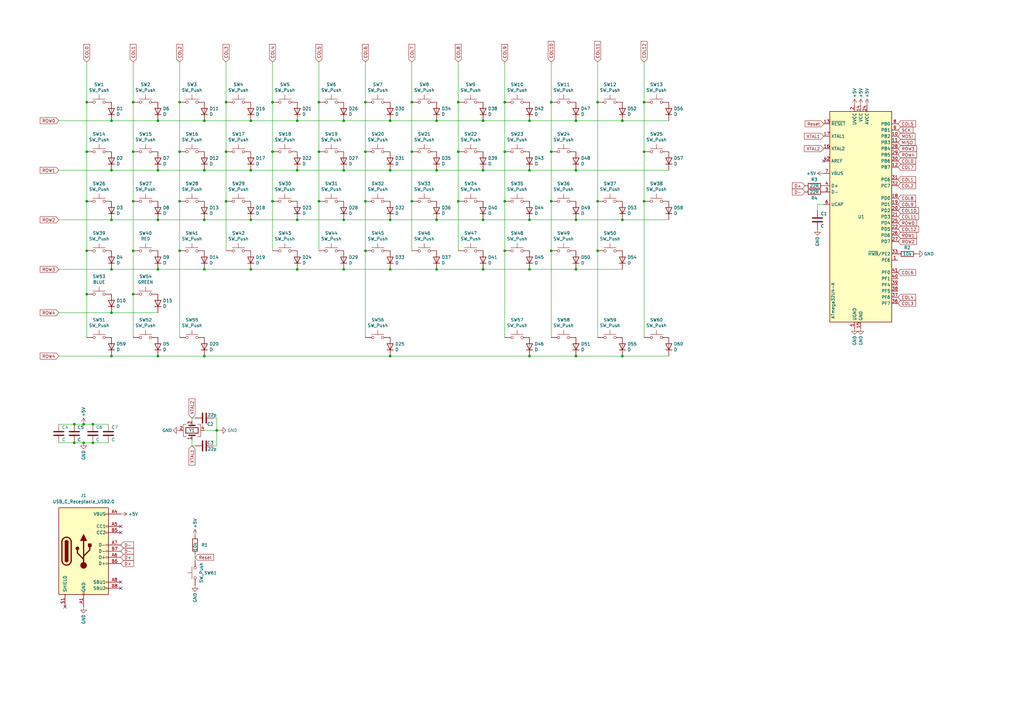
<source format=kicad_sch>
(kicad_sch (version 20211123) (generator eeschema)
  (paper "A3")
  (junction (at 236.22 146.05))
  (junction (at 64.77 69.85))
  (junction (at 187.96 41.91))
  (junction (at 236.22 69.85))
  (junction (at 140.97 69.85))
  (junction (at 54.61 41.91))
  (junction (at 245.11 41.91))
  (junction (at 236.22 110.49))
  (junction (at 45.72 128.27))
  (junction (at 226.06 41.91))
  (junction (at 54.61 120.65))
  (junction (at 45.72 69.85))
  (junction (at 160.02 49.53))
  (junction (at 83.82 146.05))
  (junction (at 102.87 69.85))
  (junction (at 160.02 90.17))
  (junction (at 207.01 41.91))
  (junction (at 217.17 69.85))
  (junction (at 264.16 41.91))
  (junction (at 73.66 82.55))
  (junction (at 34.29 173.99))
  (junction (at 245.11 102.87))
  (junction (at 45.72 146.05))
  (junction (at 226.06 62.23))
  (junction (at 236.22 90.17))
  (junction (at 54.61 102.87))
  (junction (at 73.66 102.87))
  (junction (at 73.66 62.23))
  (junction (at 168.91 82.55))
  (junction (at 198.12 90.17))
  (junction (at 140.97 90.17))
  (junction (at 35.56 62.23))
  (junction (at 111.76 82.55))
  (junction (at 236.22 49.53))
  (junction (at 121.92 49.53))
  (junction (at 168.91 41.91))
  (junction (at 45.72 90.17))
  (junction (at 64.77 110.49))
  (junction (at 111.76 41.91))
  (junction (at 187.96 82.55))
  (junction (at 45.72 49.53))
  (junction (at 207.01 102.87))
  (junction (at 255.27 146.05))
  (junction (at 207.01 62.23))
  (junction (at 198.12 69.85))
  (junction (at 217.17 146.05))
  (junction (at 92.71 62.23))
  (junction (at 34.29 181.61))
  (junction (at 35.56 120.65))
  (junction (at 226.06 102.87))
  (junction (at 130.81 82.55))
  (junction (at 255.27 49.53))
  (junction (at 83.82 49.53))
  (junction (at 245.11 82.55))
  (junction (at 92.71 82.55))
  (junction (at 149.86 102.87))
  (junction (at 130.81 41.91))
  (junction (at 38.1 181.61))
  (junction (at 92.71 41.91))
  (junction (at 160.02 69.85))
  (junction (at 179.07 49.53))
  (junction (at 121.92 90.17))
  (junction (at 102.87 49.53))
  (junction (at 140.97 110.49))
  (junction (at 83.82 90.17))
  (junction (at 83.82 69.85))
  (junction (at 149.86 82.55))
  (junction (at 121.92 110.49))
  (junction (at 160.02 146.05))
  (junction (at 45.72 110.49))
  (junction (at 30.48 181.61))
  (junction (at 30.48 173.99))
  (junction (at 140.97 49.53))
  (junction (at 179.07 69.85))
  (junction (at 64.77 90.17))
  (junction (at 64.77 146.05))
  (junction (at 226.06 82.55))
  (junction (at 187.96 62.23))
  (junction (at 179.07 110.49))
  (junction (at 149.86 41.91))
  (junction (at 64.77 49.53))
  (junction (at 130.81 62.23))
  (junction (at 35.56 102.87))
  (junction (at 111.76 62.23))
  (junction (at 54.61 62.23))
  (junction (at 217.17 90.17))
  (junction (at 179.07 90.17))
  (junction (at 168.91 62.23))
  (junction (at 35.56 41.91))
  (junction (at 217.17 49.53))
  (junction (at 149.86 62.23))
  (junction (at 207.01 82.55))
  (junction (at 217.17 110.49))
  (junction (at 102.87 90.17))
  (junction (at 160.02 110.49))
  (junction (at 121.92 69.85))
  (junction (at 88.9 176.53))
  (junction (at 255.27 90.17))
  (junction (at 264.16 62.23))
  (junction (at 38.1 173.99))
  (junction (at 198.12 110.49))
  (junction (at 83.82 110.49))
  (junction (at 54.61 82.55))
  (junction (at 35.56 82.55))
  (junction (at 73.66 41.91))
  (junction (at 264.16 82.55))
  (junction (at 102.87 110.49))
  (junction (at 198.12 49.53))
  (no_connect (at 337.82 66.04))
  (no_connect (at 26.67 248.92))
  (no_connect (at 49.53 241.3))
  (no_connect (at 49.53 238.76))
  (no_connect (at 49.53 218.44))
  (no_connect (at 49.53 215.9))
  (wire (pts (xy 187.96 62.23) (xy 187.96 41.91)))
  (wire (pts (xy 92.71 62.23) (xy 92.71 41.91)))
  (wire (pts (xy 236.22 146.05) (xy 255.27 146.05)))
  (wire (pts (xy 207.01 41.91) (xy 207.01 62.23)))
  (wire (pts (xy 73.66 102.87) (xy 73.66 138.43)))
  (wire (pts (xy 245.11 41.91) (xy 245.11 25.4)))
  (wire (pts (xy 160.02 146.05) (xy 217.17 146.05)))
  (wire (pts (xy 54.61 120.65) (xy 54.61 138.43)))
  (wire (pts (xy 111.76 82.55) (xy 111.76 102.87)))
  (wire (pts (xy 187.96 41.91) (xy 187.96 25.4)))
  (wire (pts (xy 64.77 110.49) (xy 83.82 110.49)))
  (wire (pts (xy 121.92 69.85) (xy 140.97 69.85)))
  (wire (pts (xy 130.81 62.23) (xy 130.81 41.91)))
  (wire (pts (xy 245.11 102.87) (xy 245.11 138.43)))
  (wire (pts (xy 73.66 102.87) (xy 73.66 82.55)))
  (wire (pts (xy 236.22 90.17) (xy 217.17 90.17)))
  (wire (pts (xy 179.07 90.17) (xy 160.02 90.17)))
  (wire (pts (xy 168.91 82.55) (xy 168.91 62.23)))
  (wire (pts (xy 35.56 82.55) (xy 35.56 102.87)))
  (wire (pts (xy 83.82 90.17) (xy 64.77 90.17)))
  (wire (pts (xy 45.72 110.49) (xy 64.77 110.49)))
  (wire (pts (xy 88.9 171.45) (xy 88.9 176.53)))
  (wire (pts (xy 130.81 41.91) (xy 130.81 25.4)))
  (wire (pts (xy 35.56 102.87) (xy 35.56 120.65)))
  (wire (pts (xy 83.82 110.49) (xy 102.87 110.49)))
  (wire (pts (xy 54.61 25.4) (xy 54.61 41.91)))
  (wire (pts (xy 217.17 110.49) (xy 236.22 110.49)))
  (wire (pts (xy 24.13 146.05) (xy 45.72 146.05)))
  (wire (pts (xy 149.86 62.23) (xy 149.86 82.55)))
  (wire (pts (xy 207.01 82.55) (xy 207.01 102.87)))
  (wire (pts (xy 73.66 41.91) (xy 73.66 25.4)))
  (wire (pts (xy 88.9 176.53) (xy 88.9 182.88)))
  (wire (pts (xy 83.82 69.85) (xy 102.87 69.85)))
  (wire (pts (xy 140.97 90.17) (xy 121.92 90.17)))
  (wire (pts (xy 102.87 90.17) (xy 83.82 90.17)))
  (wire (pts (xy 198.12 90.17) (xy 179.07 90.17)))
  (wire (pts (xy 255.27 49.53) (xy 274.32 49.53)))
  (wire (pts (xy 54.61 62.23) (xy 54.61 82.55)))
  (wire (pts (xy 217.17 90.17) (xy 198.12 90.17)))
  (wire (pts (xy 121.92 110.49) (xy 140.97 110.49)))
  (wire (pts (xy 83.82 49.53) (xy 102.87 49.53)))
  (wire (pts (xy 54.61 82.55) (xy 54.61 102.87)))
  (wire (pts (xy 179.07 110.49) (xy 198.12 110.49)))
  (wire (pts (xy 111.76 41.91) (xy 111.76 62.23)))
  (wire (pts (xy 245.11 82.55) (xy 245.11 41.91)))
  (wire (pts (xy 140.97 49.53) (xy 160.02 49.53)))
  (wire (pts (xy 34.29 173.99) (xy 38.1 173.99)))
  (wire (pts (xy 168.91 41.91) (xy 168.91 25.4)))
  (wire (pts (xy 226.06 25.4) (xy 226.06 41.91)))
  (wire (pts (xy 149.86 82.55) (xy 149.86 102.87)))
  (wire (pts (xy 64.77 49.53) (xy 83.82 49.53)))
  (wire (pts (xy 179.07 49.53) (xy 198.12 49.53)))
  (wire (pts (xy 83.82 176.53) (xy 88.9 176.53)))
  (wire (pts (xy 24.13 128.27) (xy 45.72 128.27)))
  (wire (pts (xy 160.02 110.49) (xy 179.07 110.49)))
  (wire (pts (xy 35.56 41.91) (xy 35.56 62.23)))
  (wire (pts (xy 274.32 90.17) (xy 255.27 90.17)))
  (wire (pts (xy 35.56 62.23) (xy 35.56 82.55)))
  (wire (pts (xy 160.02 90.17) (xy 140.97 90.17)))
  (wire (pts (xy 30.48 181.61) (xy 34.29 181.61)))
  (wire (pts (xy 187.96 82.55) (xy 187.96 62.23)))
  (wire (pts (xy 92.71 102.87) (xy 92.71 82.55)))
  (wire (pts (xy 78.74 182.88) (xy 80.01 182.88)))
  (wire (pts (xy 34.29 181.61) (xy 38.1 181.61)))
  (wire (pts (xy 217.17 146.05) (xy 236.22 146.05)))
  (wire (pts (xy 207.01 25.4) (xy 207.01 41.91)))
  (wire (pts (xy 111.76 62.23) (xy 111.76 82.55)))
  (wire (pts (xy 102.87 49.53) (xy 121.92 49.53)))
  (wire (pts (xy 335.28 83.82) (xy 337.82 83.82)))
  (wire (pts (xy 87.63 171.45) (xy 88.9 171.45)))
  (wire (pts (xy 217.17 49.53) (xy 236.22 49.53)))
  (wire (pts (xy 121.92 49.53) (xy 140.97 49.53)))
  (wire (pts (xy 140.97 110.49) (xy 160.02 110.49)))
  (wire (pts (xy 187.96 102.87) (xy 187.96 82.55)))
  (wire (pts (xy 149.86 25.4) (xy 149.86 41.91)))
  (wire (pts (xy 78.74 180.34) (xy 78.74 182.88)))
  (wire (pts (xy 73.66 62.23) (xy 73.66 41.91)))
  (wire (pts (xy 88.9 176.53) (xy 90.17 176.53)))
  (wire (pts (xy 24.13 173.99) (xy 30.48 173.99)))
  (wire (pts (xy 226.06 82.55) (xy 226.06 102.87)))
  (wire (pts (xy 35.56 25.4) (xy 35.56 41.91)))
  (wire (pts (xy 168.91 102.87) (xy 168.91 82.55)))
  (wire (pts (xy 264.16 62.23) (xy 264.16 82.55)))
  (wire (pts (xy 78.74 172.72) (xy 78.74 171.45)))
  (wire (pts (xy 335.28 86.36) (xy 335.28 83.82)))
  (wire (pts (xy 38.1 181.61) (xy 44.45 181.61)))
  (wire (pts (xy 130.81 102.87) (xy 130.81 82.55)))
  (wire (pts (xy 140.97 69.85) (xy 160.02 69.85)))
  (wire (pts (xy 102.87 69.85) (xy 121.92 69.85)))
  (wire (pts (xy 198.12 69.85) (xy 217.17 69.85)))
  (wire (pts (xy 30.48 173.99) (xy 34.29 173.99)))
  (wire (pts (xy 236.22 69.85) (xy 274.32 69.85)))
  (wire (pts (xy 160.02 49.53) (xy 179.07 49.53)))
  (wire (pts (xy 78.74 171.45) (xy 80.01 171.45)))
  (wire (pts (xy 130.81 82.55) (xy 130.81 62.23)))
  (wire (pts (xy 38.1 173.99) (xy 44.45 173.99)))
  (wire (pts (xy 64.77 69.85) (xy 83.82 69.85)))
  (wire (pts (xy 45.72 49.53) (xy 64.77 49.53)))
  (wire (pts (xy 226.06 62.23) (xy 226.06 82.55)))
  (wire (pts (xy 264.16 82.55) (xy 264.16 138.43)))
  (wire (pts (xy 24.13 181.61) (xy 30.48 181.61)))
  (wire (pts (xy 87.63 182.88) (xy 88.9 182.88)))
  (wire (pts (xy 54.61 120.65) (xy 54.61 102.87)))
  (wire (pts (xy 236.22 49.53) (xy 255.27 49.53)))
  (wire (pts (xy 64.77 146.05) (xy 83.82 146.05)))
  (wire (pts (xy 198.12 110.49) (xy 217.17 110.49)))
  (wire (pts (xy 264.16 25.4) (xy 264.16 41.91)))
  (wire (pts (xy 54.61 41.91) (xy 54.61 62.23)))
  (wire (pts (xy 35.56 120.65) (xy 35.56 138.43)))
  (wire (pts (xy 24.13 49.53) (xy 45.72 49.53)))
  (wire (pts (xy 149.86 102.87) (xy 149.86 138.43)))
  (wire (pts (xy 198.12 49.53) (xy 217.17 49.53)))
  (wire (pts (xy 179.07 69.85) (xy 198.12 69.85)))
  (wire (pts (xy 149.86 41.91) (xy 149.86 62.23)))
  (wire (pts (xy 24.13 110.49) (xy 45.72 110.49)))
  (wire (pts (xy 168.91 62.23) (xy 168.91 41.91)))
  (wire (pts (xy 64.77 90.17) (xy 45.72 90.17)))
  (wire (pts (xy 83.82 146.05) (xy 160.02 146.05)))
  (wire (pts (xy 207.01 62.23) (xy 207.01 82.55)))
  (wire (pts (xy 121.92 90.17) (xy 102.87 90.17)))
  (wire (pts (xy 80.01 227.33) (xy 80.01 229.87)))
  (wire (pts (xy 24.13 69.85) (xy 45.72 69.85)))
  (wire (pts (xy 255.27 146.05) (xy 274.32 146.05)))
  (wire (pts (xy 45.72 128.27) (xy 64.77 128.27)))
  (wire (pts (xy 236.22 110.49) (xy 255.27 110.49)))
  (wire (pts (xy 160.02 69.85) (xy 179.07 69.85)))
  (wire (pts (xy 111.76 25.4) (xy 111.76 41.91)))
  (wire (pts (xy 92.71 41.91) (xy 92.71 25.4)))
  (wire (pts (xy 102.87 110.49) (xy 121.92 110.49)))
  (wire (pts (xy 264.16 41.91) (xy 264.16 62.23)))
  (wire (pts (xy 45.72 90.17) (xy 24.13 90.17)))
  (wire (pts (xy 92.71 82.55) (xy 92.71 62.23)))
  (wire (pts (xy 217.17 69.85) (xy 236.22 69.85)))
  (wire (pts (xy 226.06 41.91) (xy 226.06 62.23)))
  (wire (pts (xy 207.01 102.87) (xy 207.01 138.43)))
  (wire (pts (xy 226.06 102.87) (xy 226.06 138.43)))
  (wire (pts (xy 73.66 82.55) (xy 73.66 62.23)))
  (wire (pts (xy 255.27 90.17) (xy 236.22 90.17)))
  (wire (pts (xy 45.72 69.85) (xy 64.77 69.85)))
  (wire (pts (xy 245.11 82.55) (xy 245.11 102.87)))
  (wire (pts (xy 45.72 146.05) (xy 64.77 146.05)))
  (global_label "D-" (shape input) (at 330.2 78.74 180) (property "Intersheet References" "${INTERSHEET_REFS}" (effects hide)))
  (global_label "D+" (shape input) (at 330.2 76.2 180) (property "Intersheet References" "${INTERSHEET_REFS}" (effects hide)))
  (global_label "COL9" (shape input) (at 368.3 83.82 0) (property "Intersheet References" "${INTERSHEET_REFS}" (effects hide)))
  (global_label "ROW4" (shape input) (at 24.13 128.27 180) (property "Intersheet References" "${INTERSHEET_REFS}" (effects hide)))
  (global_label "COL2" (shape input) (at 73.66 25.4 90) (property "Intersheet References" "${INTERSHEET_REFS}" (effects hide)))
  (global_label "COL10" (shape input) (at 226.06 25.4 90) (property "Intersheet References" "${INTERSHEET_REFS}" (effects hide)))
  (global_label "D-" (shape input) (at 49.53 226.06 0) (property "Intersheet References" "${INTERSHEET_REFS}" (effects hide)))
  (global_label "ROW2" (shape input) (at 24.13 90.17 180) (property "Intersheet References" "${INTERSHEET_REFS}" (effects hide)))
  (global_label "ROW0" (shape input) (at 24.13 49.53 180) (property "Intersheet References" "${INTERSHEET_REFS}" (effects hide)))
  (global_label "COL5" (shape input) (at 368.3 50.8 0) (property "Intersheet References" "${INTERSHEET_REFS}" (effects hide)))
  (global_label "COL3" (shape input) (at 92.71 25.4 90) (property "Intersheet References" "${INTERSHEET_REFS}" (effects hide)))
  (global_label "COL6" (shape input) (at 149.86 25.4 90) (property "Intersheet References" "${INTERSHEET_REFS}" (effects hide)))
  (global_label "ROW4" (shape input) (at 368.3 63.5 0) (property "Intersheet References" "${INTERSHEET_REFS}" (effects hide)))
  (global_label "ROW0" (shape input) (at 368.3 91.44 0) (property "Intersheet References" "${INTERSHEET_REFS}" (effects hide)))
  (global_label "D+" (shape input) (at 49.53 231.14 0) (property "Intersheet References" "${INTERSHEET_REFS}" (effects hide)))
  (global_label "COL12" (shape input) (at 264.16 25.4 90) (property "Intersheet References" "${INTERSHEET_REFS}" (effects hide)))
  (global_label "COL5" (shape input) (at 130.81 25.4 90) (property "Intersheet References" "${INTERSHEET_REFS}" (effects hide)))
  (global_label "COL8" (shape input) (at 187.96 25.4 90) (property "Intersheet References" "${INTERSHEET_REFS}" (effects hide)))
  (global_label "COL0" (shape input) (at 35.56 25.4 90) (property "Intersheet References" "${INTERSHEET_REFS}" (effects hide)))
  (global_label "COL11" (shape input) (at 245.11 25.4 90) (property "Intersheet References" "${INTERSHEET_REFS}" (effects hide)))
  (global_label "D+" (shape input) (at 49.53 228.6 0) (property "Intersheet References" "${INTERSHEET_REFS}" (effects hide)))
  (global_label "COL8" (shape input) (at 368.3 81.28 0) (property "Intersheet References" "${INTERSHEET_REFS}" (effects hide)))
  (global_label "COL7" (shape input) (at 168.91 25.4 90) (property "Intersheet References" "${INTERSHEET_REFS}" (effects hide)))
  (global_label "COL10" (shape input) (at 368.3 86.36 0) (property "Intersheet References" "${INTERSHEET_REFS}" (effects hide)))
  (global_label "ROW3" (shape input) (at 24.13 110.49 180) (property "Intersheet References" "${INTERSHEET_REFS}" (effects hide)))
  (global_label "COL0" (shape input) (at 368.3 66.04 0) (property "Intersheet References" "${INTERSHEET_REFS}" (effects hide)))
  (global_label "COL4" (shape input) (at 368.3 121.92 0) (property "Intersheet References" "${INTERSHEET_REFS}" (effects hide)))
  (global_label "ROW1" (shape input) (at 368.3 96.52 0) (property "Intersheet References" "${INTERSHEET_REFS}" (effects hide)))
  (global_label "XTAL1" (shape input) (at 337.82 55.88 180) (property "Intersheet References" "${INTERSHEET_REFS}" (effects hide)))
  (global_label "COL9" (shape input) (at 207.01 25.4 90) (property "Intersheet References" "${INTERSHEET_REFS}" (effects hide)))
  (global_label "COL2" (shape input) (at 368.3 76.2 0) (property "Intersheet References" "${INTERSHEET_REFS}" (effects hide)))
  (global_label "XTAL1" (shape input) (at 78.74 182.88 270) (property "Intersheet References" "${INTERSHEET_REFS}" (effects hide)))
  (global_label "COL3" (shape input) (at 368.3 124.46 0) (property "Intersheet References" "${INTERSHEET_REFS}" (effects hide)))
  (global_label "COL12" (shape input) (at 368.3 93.98 0) (property "Intersheet References" "${INTERSHEET_REFS}" (effects hide)))
  (global_label "MOSI" (shape input) (at 368.3 55.88 0) (property "Intersheet References" "${INTERSHEET_REFS}" (effects hide)))
  (global_label "COL1" (shape input) (at 54.61 25.4 90) (property "Intersheet References" "${INTERSHEET_REFS}" (effects hide)))
  (global_label "COL7" (shape input) (at 368.3 68.58 0) (property "Intersheet References" "${INTERSHEET_REFS}" (effects hide)))
  (global_label "MISO" (shape input) (at 368.3 58.42 0) (property "Intersheet References" "${INTERSHEET_REFS}" (effects hide)))
  (global_label "ROW4" (shape input) (at 24.13 146.05 180) (property "Intersheet References" "${INTERSHEET_REFS}" (effects hide)))
  (global_label "XTAL2" (shape input) (at 337.82 60.96 180) (property "Intersheet References" "${INTERSHEET_REFS}" (effects hide)))
  (global_label "Reset" (shape input) (at 80.01 228.6 0) (property "Intersheet References" "${INTERSHEET_REFS}" (effects hide)))
  (global_label "D-" (shape input) (at 49.53 223.52 0) (property "Intersheet References" "${INTERSHEET_REFS}" (effects hide)))
  (global_label "Reset" (shape input) (at 337.82 50.8 180) (property "Intersheet References" "${INTERSHEET_REFS}" (effects hide)))
  (global_label "XTAL2" (shape input) (at 78.74 171.45 90) (property "Intersheet References" "${INTERSHEET_REFS}" (effects hide)))
  (global_label "COL11" (shape input) (at 368.3 88.9 0) (property "Intersheet References" "${INTERSHEET_REFS}" (effects hide)))
  (global_label "COL6" (shape input) (at 368.3 111.76 0) (property "Intersheet References" "${INTERSHEET_REFS}" (effects hide)))
  (global_label "ROW2" (shape input) (at 368.3 99.06 0) (property "Intersheet References" "${INTERSHEET_REFS}" (effects hide)))
  (global_label "COL4" (shape input) (at 111.76 25.4 90) (property "Intersheet References" "${INTERSHEET_REFS}" (effects hide)))
  (global_label "ROW1" (shape input) (at 24.13 69.85 180) (property "Intersheet References" "${INTERSHEET_REFS}" (effects hide)))
  (global_label "SCK" (shape input) (at 368.3 53.34 0) (property "Intersheet References" "${INTERSHEET_REFS}" (effects hide)))
  (global_label "ROW3" (shape input) (at 368.3 60.96 0) (property "Intersheet References" "${INTERSHEET_REFS}" (effects hide)))
  (global_label "COL1" (shape input) (at 368.3 73.66 0) (property "Intersheet References" "${INTERSHEET_REFS}" (effects hide)))
  (symbol (lib_id "Switch:SW_Push") (at 40.64 41.91 0) (unit 1)
    (property "Reference" "SW1" (at 40.64 34.671 0))
    (property "Value" "SW_Push" (at 40.64 36.9824 0))
    (property "Footprint" "Switch_Keyboard_Kailh:SW_Kailh_Choc_V1_1.00u" (effects hide))
  )
  (symbol (lib_id "Switch:SW_Push") (at 154.94 41.91 0) (unit 1)
    (property "Reference" "SW7" (at 154.94 34.671 0))
    (property "Value" "SW_Push" (at 154.94 36.9824 0))
    (property "Footprint" "Switch_Keyboard_Kailh:SW_Kailh_Choc_V1_1.00u" (effects hide))
  )
  (symbol (lib_id "Switch:SW_Push") (at 269.24 41.91 0) (unit 1)
    (property "Reference" "SW13" (at 269.24 34.671 0))
    (property "Value" "SW_Push" (at 269.24 36.9824 0))
    (property "Footprint" "Switch_Keyboard_Kailh:SW_Kailh_Choc_V1_1.00u" (effects hide))
  )
  (symbol (lib_id "Switch:SW_Push") (at 135.89 62.23 0) (unit 1)
    (property "Reference" "SW19" (at 135.89 54.991 0))
    (property "Value" "SW_Push" (at 135.89 57.3024 0))
    (property "Footprint" "Switch_Keyboard_Kailh:SW_Kailh_Choc_V1_1.00u" (effects hide))
  )
  (symbol (lib_id "Switch:SW_Push") (at 269.24 62.23 0) (unit 1)
    (property "Reference" "SW25" (at 269.24 54.991 0))
    (property "Value" "SW_Push" (at 269.24 57.3024 0))
    (property "Footprint" "Switch_Keyboard_Kailh:SW_Kailh_Choc_V1_2.00u" (effects hide))
  )
  (symbol (lib_id "Switch:SW_Push") (at 135.89 82.55 0) (unit 1)
    (property "Reference" "SW31" (at 135.89 75.311 0))
    (property "Value" "SW_Push" (at 135.89 77.6224 0))
    (property "Footprint" "Switch_Keyboard_Kailh:SW_Kailh_Choc_V1_1.00u" (effects hide))
  )
  (symbol (lib_id "Switch:SW_Push") (at 250.19 82.55 0) (unit 1)
    (property "Reference" "SW37" (at 250.19 75.311 0))
    (property "Value" "SW_Push" (at 250.19 77.6224 0))
    (property "Footprint" "Switch_Keyboard_Kailh:SW_Kailh_Choc_V1_1.00u" (effects hide))
  )
  (symbol (lib_id "Switch:SW_Push") (at 116.84 102.87 0) (unit 1)
    (property "Reference" "SW43" (at 116.84 95.631 0))
    (property "Value" "SW_Push" (at 116.84 97.9424 0))
    (property "Footprint" "Switch_Keyboard_Kailh:SW_Kailh_Choc_V1_1.00u" (effects hide))
  )
  (symbol (lib_id "Switch:SW_Push") (at 231.14 102.87 0) (unit 1)
    (property "Reference" "SW49" (at 231.14 95.631 0))
    (property "Value" "SW_Push" (at 231.14 97.9424 0))
    (property "Footprint" "Switch_Keyboard_Kailh:SW_Kailh_Choc_V1_1.00u" (effects hide))
  )
  (symbol (lib_id "Switch:SW_Push") (at 78.74 138.43 0) (unit 1)
    (property "Reference" "SW55" (at 78.74 131.191 0))
    (property "Value" "SW_Push" (at 78.74 133.5024 0))
    (property "Footprint" "Switch_Keyboard_Kailh:SW_Kailh_Choc_V1_1.00u" (effects hide))
  )
  (symbol (lib_id "Switch:SW_Push") (at 59.69 41.91 0) (unit 1)
    (property "Reference" "SW2" (at 59.69 34.671 0))
    (property "Value" "SW_Push" (at 59.69 36.9824 0))
    (property "Footprint" "Switch_Keyboard_Kailh:SW_Kailh_Choc_V1_1.00u" (effects hide))
  )
  (symbol (lib_id "Switch:SW_Push") (at 173.99 41.91 0) (unit 1)
    (property "Reference" "SW8" (at 173.99 34.671 0))
    (property "Value" "SW_Push" (at 173.99 36.9824 0))
    (property "Footprint" "Switch_Keyboard_Kailh:SW_Kailh_Choc_V1_1.00u" (effects hide))
  )
  (symbol (lib_id "Switch:SW_Push") (at 40.64 62.23 0) (unit 1)
    (property "Reference" "SW14" (at 40.64 54.991 0))
    (property "Value" "SW_Push" (at 40.64 57.3024 0))
    (property "Footprint" "Switch_Keyboard_Kailh:SW_Kailh_Choc_V1_1.00u" (effects hide))
  )
  (symbol (lib_id "Switch:SW_Push") (at 154.94 62.23 0) (unit 1)
    (property "Reference" "SW20" (at 154.94 54.991 0))
    (property "Value" "SW_Push" (at 154.94 57.3024 0))
    (property "Footprint" "Switch_Keyboard_Kailh:SW_Kailh_Choc_V1_1.00u" (effects hide))
  )
  (symbol (lib_id "Switch:SW_Push") (at 40.64 82.55 0) (unit 1)
    (property "Reference" "SW26" (at 40.64 75.311 0))
    (property "Value" "SW_Push" (at 40.64 77.6224 0))
    (property "Footprint" "Switch_Keyboard_Kailh:SW_Kailh_Choc_V1_1.00u" (effects hide))
  )
  (symbol (lib_id "Switch:SW_Push") (at 154.94 82.55 0) (unit 1)
    (property "Reference" "SW32" (at 154.94 75.311 0))
    (property "Value" "SW_Push" (at 154.94 77.6224 0))
    (property "Footprint" "Switch_Keyboard_Kailh:SW_Kailh_Choc_V1_1.00u" (effects hide))
  )
  (symbol (lib_id "Switch:SW_Push") (at 269.24 82.55 0) (unit 1)
    (property "Reference" "SW38" (at 269.24 75.311 0))
    (property "Value" "SW_Push" (at 269.24 77.6224 0))
    (property "Footprint" "Switch_Keyboard_Kailh:SW_Kailh_Choc_V1_2.00u_Rotated" (effects hide))
  )
  (symbol (lib_id "Switch:SW_Push") (at 135.89 102.87 0) (unit 1)
    (property "Reference" "SW44" (at 135.89 95.631 0))
    (property "Value" "SW_Push" (at 135.89 97.9424 0))
    (property "Footprint" "Switch_Keyboard_Kailh:SW_Kailh_Choc_V1_1.00u" (effects hide))
  )
  (symbol (lib_id "Switch:SW_Push") (at 250.19 102.87 0) (unit 1)
    (property "Reference" "SW50" (at 250.19 95.631 0))
    (property "Value" "SW_Push" (at 250.19 97.9424 0))
    (property "Footprint" "Switch_Keyboard_Kailh:SW_Kailh_Choc_V1_1.00u" (effects hide))
  )
  (symbol (lib_id "Switch:SW_Push") (at 154.94 138.43 0) (unit 1)
    (property "Reference" "SW56" (at 154.94 131.191 0))
    (property "Value" "SW_Push" (at 154.94 133.5024 0))
    (property "Footprint" "Switch_Keyboard_Kailh:SW_Kailh_Choc_V1_6.00u_Offset" (effects hide))
  )
  (symbol (lib_id "Switch:SW_Push") (at 78.74 41.91 0) (unit 1)
    (property "Reference" "SW3" (at 78.74 34.671 0))
    (property "Value" "SW_Push" (at 78.74 36.9824 0))
    (property "Footprint" "Switch_Keyboard_Kailh:SW_Kailh_Choc_V1_1.00u" (effects hide))
  )
  (symbol (lib_id "Switch:SW_Push") (at 193.04 41.91 0) (unit 1)
    (property "Reference" "SW9" (at 193.04 34.671 0))
    (property "Value" "SW_Push" (at 193.04 36.9824 0))
    (property "Footprint" "Switch_Keyboard_Kailh:SW_Kailh_Choc_V1_1.00u" (effects hide))
  )
  (symbol (lib_id "Switch:SW_Push") (at 59.69 62.23 0) (unit 1)
    (property "Reference" "SW15" (at 59.69 54.991 0))
    (property "Value" "SW_Push" (at 59.69 57.3024 0))
    (property "Footprint" "Switch_Keyboard_Kailh:SW_Kailh_Choc_V1_1.00u" (effects hide))
  )
  (symbol (lib_id "Switch:SW_Push") (at 173.99 62.23 0) (unit 1)
    (property "Reference" "SW21" (at 173.99 54.991 0))
    (property "Value" "SW_Push" (at 173.99 57.3024 0))
    (property "Footprint" "Switch_Keyboard_Kailh:SW_Kailh_Choc_V1_1.00u" (effects hide))
  )
  (symbol (lib_id "Switch:SW_Push") (at 59.69 82.55 0) (unit 1)
    (property "Reference" "SW27" (at 59.69 75.311 0))
    (property "Value" "SW_Push" (at 59.69 77.6224 0))
    (property "Footprint" "Switch_Keyboard_Kailh:SW_Kailh_Choc_V1_1.00u" (effects hide))
  )
  (symbol (lib_id "Switch:SW_Push") (at 173.99 82.55 0) (unit 1)
    (property "Reference" "SW33" (at 173.99 75.311 0))
    (property "Value" "SW_Push" (at 173.99 77.6224 0))
    (property "Footprint" "Switch_Keyboard_Kailh:SW_Kailh_Choc_V1_1.00u" (effects hide))
  )
  (symbol (lib_id "Switch:SW_Push") (at 40.64 102.87 0) (unit 1)
    (property "Reference" "SW39" (at 40.64 95.631 0))
    (property "Value" "SW_Push" (at 40.64 97.9424 0))
    (property "Footprint" "Switch_Keyboard_Kailh:SW_Kailh_Choc_V1_1.00u" (effects hide))
  )
  (symbol (lib_id "Switch:SW_Push") (at 154.94 102.87 0) (unit 1)
    (property "Reference" "SW45" (at 154.94 95.631 0))
    (property "Value" "SW_Push" (at 154.94 97.9424 0))
    (property "Footprint" "Switch_Keyboard_Kailh:SW_Kailh_Choc_V1_1.00u" (effects hide))
  )
  (symbol (lib_id "Switch:SW_Push") (at 40.64 138.43 0) (unit 1)
    (property "Reference" "SW51" (at 40.64 131.191 0))
    (property "Value" "SW_Push" (at 40.64 133.5024 0))
    (property "Footprint" "Switch_Keyboard_Kailh:SW_Kailh_Choc_V1_1.00u" (effects hide))
  )
  (symbol (lib_id "Switch:SW_Push") (at 212.09 138.43 0) (unit 1)
    (property "Reference" "SW57" (at 212.09 131.191 0))
    (property "Value" "SW_Push" (at 212.09 133.5024 0))
    (property "Footprint" "Switch_Keyboard_Kailh:SW_Kailh_Choc_V1_1.00u" (effects hide))
  )
  (symbol (lib_id "Switch:SW_Push") (at 97.79 41.91 0) (unit 1)
    (property "Reference" "SW4" (at 97.79 34.671 0))
    (property "Value" "SW_Push" (at 97.79 36.9824 0))
    (property "Footprint" "Switch_Keyboard_Kailh:SW_Kailh_Choc_V1_1.00u" (effects hide))
  )
  (symbol (lib_id "Switch:SW_Push") (at 212.09 41.91 0) (unit 1)
    (property "Reference" "SW10" (at 212.09 34.671 0))
    (property "Value" "SW_Push" (at 212.09 36.9824 0))
    (property "Footprint" "Switch_Keyboard_Kailh:SW_Kailh_Choc_V1_1.00u" (effects hide))
  )
  (symbol (lib_id "Switch:SW_Push") (at 78.74 62.23 0) (unit 1)
    (property "Reference" "SW16" (at 78.74 54.991 0))
    (property "Value" "SW_Push" (at 78.74 57.3024 0))
    (property "Footprint" "Switch_Keyboard_Kailh:SW_Kailh_Choc_V1_1.00u" (effects hide))
  )
  (symbol (lib_id "Switch:SW_Push") (at 193.04 62.23 0) (unit 1)
    (property "Reference" "SW22" (at 193.04 54.991 0))
    (property "Value" "SW_Push" (at 193.04 57.3024 0))
    (property "Footprint" "Switch_Keyboard_Kailh:SW_Kailh_Choc_V1_1.00u" (effects hide))
  )
  (symbol (lib_id "Switch:SW_Push") (at 78.74 82.55 0) (unit 1)
    (property "Reference" "SW28" (at 78.74 75.311 0))
    (property "Value" "SW_Push" (at 78.74 77.6224 0))
    (property "Footprint" "Switch_Keyboard_Kailh:SW_Kailh_Choc_V1_1.00u" (effects hide))
  )
  (symbol (lib_id "Switch:SW_Push") (at 193.04 82.55 0) (unit 1)
    (property "Reference" "SW34" (at 193.04 75.311 0))
    (property "Value" "SW_Push" (at 193.04 77.6224 0))
    (property "Footprint" "Switch_Keyboard_Kailh:SW_Kailh_Choc_V1_1.00u" (effects hide))
  )
  (symbol (lib_id "Switch:SW_Push") (at 59.69 102.87 0) (unit 1)
    (property "Reference" "SW40" (at 59.69 95.631 0))
    (property "Value" "RED" (at 59.69 97.9424 0))
    (property "Footprint" "Switch_Keyboard_Kailh:SW_58_Series_Kalih" (effects hide))
  )
  (symbol (lib_id "Switch:SW_Push") (at 173.99 102.87 0) (unit 1)
    (property "Reference" "SW46" (at 173.99 95.631 0))
    (property "Value" "SW_Push" (at 173.99 97.9424 0))
    (property "Footprint" "Switch_Keyboard_Kailh:SW_Kailh_Choc_V1_1.00u" (effects hide))
  )
  (symbol (lib_id "Switch:SW_Push") (at 59.69 138.43 0) (unit 1)
    (property "Reference" "SW52" (at 59.69 131.191 0))
    (property "Value" "SW_Push" (at 59.69 133.5024 0))
    (property "Footprint" "Switch_Keyboard_Kailh:SW_Kailh_Choc_V1_1.00u" (effects hide))
  )
  (symbol (lib_id "Switch:SW_Push") (at 231.14 138.43 0) (unit 1)
    (property "Reference" "SW58" (at 231.14 131.191 0))
    (property "Value" "SW_Push" (at 231.14 133.5024 0))
    (property "Footprint" "Switch_Keyboard_Kailh:SW_Kailh_Choc_V1_1.00u" (effects hide))
  )
  (symbol (lib_id "Switch:SW_Push") (at 116.84 41.91 0) (unit 1)
    (property "Reference" "SW5" (at 116.84 34.671 0))
    (property "Value" "SW_Push" (at 116.84 36.9824 0))
    (property "Footprint" "Switch_Keyboard_Kailh:SW_Kailh_Choc_V1_1.00u" (effects hide))
  )
  (symbol (lib_id "Switch:SW_Push") (at 231.14 41.91 0) (unit 1)
    (property "Reference" "SW11" (at 231.14 34.671 0))
    (property "Value" "SW_Push" (at 231.14 36.9824 0))
    (property "Footprint" "Switch_Keyboard_Kailh:SW_Kailh_Choc_V1_1.00u" (effects hide))
  )
  (symbol (lib_id "Switch:SW_Push") (at 97.79 62.23 0) (unit 1)
    (property "Reference" "SW17" (at 97.79 54.991 0))
    (property "Value" "SW_Push" (at 97.79 57.3024 0))
    (property "Footprint" "Switch_Keyboard_Kailh:SW_Kailh_Choc_V1_1.00u" (effects hide))
  )
  (symbol (lib_id "Switch:SW_Push") (at 212.09 62.23 0) (unit 1)
    (property "Reference" "SW23" (at 212.09 54.991 0))
    (property "Value" "SW_Push" (at 212.09 57.3024 0))
    (property "Footprint" "Switch_Keyboard_Kailh:SW_Kailh_Choc_V1_1.00u" (effects hide))
  )
  (symbol (lib_id "Switch:SW_Push") (at 97.79 82.55 0) (unit 1)
    (property "Reference" "SW29" (at 97.79 75.311 0))
    (property "Value" "SW_Push" (at 97.79 77.6224 0))
    (property "Footprint" "Switch_Keyboard_Kailh:SW_Kailh_Choc_V1_1.00u" (effects hide))
  )
  (symbol (lib_id "Switch:SW_Push") (at 212.09 82.55 0) (unit 1)
    (property "Reference" "SW35" (at 212.09 75.311 0))
    (property "Value" "SW_Push" (at 212.09 77.6224 0))
    (property "Footprint" "Switch_Keyboard_Kailh:SW_Kailh_Choc_V1_1.00u" (effects hide))
  )
  (symbol (lib_id "Switch:SW_Push") (at 78.74 102.87 0) (unit 1)
    (property "Reference" "SW41" (at 78.74 95.631 0))
    (property "Value" "SW_Push" (at 78.74 97.9424 0))
    (property "Footprint" "Switch_Keyboard_Kailh:SW_Kailh_Choc_V1_1.00u" (effects hide))
  )
  (symbol (lib_id "Switch:SW_Push") (at 193.04 102.87 0) (unit 1)
    (property "Reference" "SW47" (at 193.04 95.631 0))
    (property "Value" "SW_Push" (at 193.04 97.9424 0))
    (property "Footprint" "Switch_Keyboard_Kailh:SW_Kailh_Choc_V1_1.00u" (effects hide))
  )
  (symbol (lib_id "Switch:SW_Push") (at 40.64 120.65 0) (unit 1)
    (property "Reference" "SW53" (at 40.64 113.411 0))
    (property "Value" "BLUE" (at 40.64 115.7224 0))
    (property "Footprint" "Switch_Keyboard_Kailh:SW_58_Series_Kalih" (effects hide))
  )
  (symbol (lib_id "Switch:SW_Push") (at 250.19 138.43 0) (unit 1)
    (property "Reference" "SW59" (at 250.19 131.191 0))
    (property "Value" "SW_Push" (at 250.19 133.5024 0))
    (property "Footprint" "Switch_Keyboard_Kailh:SW_Kailh_Choc_V1_1.00u" (effects hide))
  )
  (symbol (lib_id "Switch:SW_Push") (at 135.89 41.91 0) (unit 1)
    (property "Reference" "SW6" (at 135.89 34.671 0))
    (property "Value" "SW_Push" (at 135.89 36.9824 0))
    (property "Footprint" "Switch_Keyboard_Kailh:SW_Kailh_Choc_V1_1.00u" (effects hide))
  )
  (symbol (lib_id "Switch:SW_Push") (at 250.19 41.91 0) (unit 1)
    (property "Reference" "SW12" (at 250.19 34.671 0))
    (property "Value" "SW_Push" (at 250.19 36.9824 0))
    (property "Footprint" "Switch_Keyboard_Kailh:SW_Kailh_Choc_V1_1.00u" (effects hide))
  )
  (symbol (lib_id "Switch:SW_Push") (at 116.84 62.23 0) (unit 1)
    (property "Reference" "SW18" (at 116.84 54.991 0))
    (property "Value" "SW_Push" (at 116.84 57.3024 0))
    (property "Footprint" "Switch_Keyboard_Kailh:SW_Kailh_Choc_V1_1.00u" (effects hide))
  )
  (symbol (lib_id "Switch:SW_Push") (at 231.14 62.23 0) (unit 1)
    (property "Reference" "SW24" (at 231.14 54.991 0))
    (property "Value" "SW_Push" (at 231.14 57.3024 0))
    (property "Footprint" "Switch_Keyboard_Kailh:SW_Kailh_Choc_V1_1.00u" (effects hide))
  )
  (symbol (lib_id "Switch:SW_Push") (at 116.84 82.55 0) (unit 1)
    (property "Reference" "SW30" (at 116.84 75.311 0))
    (property "Value" "SW_Push" (at 116.84 77.6224 0))
    (property "Footprint" "Switch_Keyboard_Kailh:SW_Kailh_Choc_V1_1.00u" (effects hide))
  )
  (symbol (lib_id "Switch:SW_Push") (at 231.14 82.55 0) (unit 1)
    (property "Reference" "SW36" (at 231.14 75.311 0))
    (property "Value" "SW_Push" (at 231.14 77.6224 0))
    (property "Footprint" "Switch_Keyboard_Kailh:SW_Kailh_Choc_V1_1.00u" (effects hide))
  )
  (symbol (lib_id "Switch:SW_Push") (at 97.79 102.87 0) (unit 1)
    (property "Reference" "SW42" (at 97.79 95.631 0))
    (property "Value" "SW_Push" (at 97.79 97.9424 0))
    (property "Footprint" "Switch_Keyboard_Kailh:SW_Kailh_Choc_V1_1.00u" (effects hide))
  )
  (symbol (lib_id "Switch:SW_Push") (at 212.09 102.87 0) (unit 1)
    (property "Reference" "SW48" (at 212.09 95.631 0))
    (property "Value" "SW_Push" (at 212.09 97.9424 0))
    (property "Footprint" "Switch_Keyboard_Kailh:SW_Kailh_Choc_V1_1.00u" (effects hide))
  )
  (symbol (lib_id "Switch:SW_Push") (at 59.69 120.65 0) (unit 1)
    (property "Reference" "SW54" (at 59.69 113.411 0))
    (property "Value" "GREEN" (at 59.69 115.7224 0))
    (property "Footprint" "Switch_Keyboard_Kailh:SW_58_Series_Kalih" (effects hide))
  )
  (symbol (lib_id "Switch:SW_Push") (at 269.24 138.43 0) (unit 1)
    (property "Reference" "SW60" (at 269.24 131.191 0))
    (property "Value" "SW_Push" (at 269.24 133.5024 0))
    (property "Footprint" "Switch_Keyboard_Kailh:SW_Kailh_Choc_V1_1.00u" (effects hide))
  )
  (symbol (lib_id "Device:D") (at 45.72 45.72 90) (unit 1)
    (property "Reference" "D1" (at 47.752 44.5516 90) (effects (justify right)))
    (property "Value" "D" (at 47.752 46.863 90) (effects (justify right)))
    (property "Footprint" "Diode_SMD:D_1206_3216Metric" (effects hide))
  )
  (symbol (lib_id "Device:D") (at 64.77 45.72 90) (unit 1)
    (property "Reference" "D6" (at 66.802 44.5516 90) (effects (justify right)))
    (property "Value" "D" (at 66.802 46.863 90) (effects (justify right)))
    (property "Footprint" "Diode_SMD:D_1206_3216Metric" (effects hide))
  )
  (symbol (lib_id "Device:D") (at 83.82 45.72 90) (unit 1)
    (property "Reference" "D11" (at 85.852 44.5516 90) (effects (justify right)))
    (property "Value" "D" (at 85.852 46.863 90) (effects (justify right)))
    (property "Footprint" "Diode_SMD:D_1206_3216Metric" (effects hide))
  )
  (symbol (lib_id "Device:D") (at 102.87 45.72 90) (unit 1)
    (property "Reference" "D16" (at 104.902 44.5516 90) (effects (justify right)))
    (property "Value" "D" (at 104.902 46.863 90) (effects (justify right)))
    (property "Footprint" "Diode_SMD:D_1206_3216Metric" (effects hide))
  )
  (symbol (lib_id "Device:D") (at 121.92 45.72 90) (unit 1)
    (property "Reference" "D21" (at 123.952 44.5516 90) (effects (justify right)))
    (property "Value" "D" (at 123.952 46.863 90) (effects (justify right)))
    (property "Footprint" "Diode_SMD:D_1206_3216Metric" (effects hide))
  )
  (symbol (lib_id "Device:D") (at 140.97 45.72 90) (unit 1)
    (property "Reference" "D26" (at 143.002 44.5516 90) (effects (justify right)))
    (property "Value" "D" (at 143.002 46.863 90) (effects (justify right)))
    (property "Footprint" "Diode_SMD:D_1206_3216Metric" (effects hide))
  )
  (symbol (lib_id "Device:D") (at 160.02 45.72 90) (unit 1)
    (property "Reference" "D30" (at 162.052 44.5516 90) (effects (justify right)))
    (property "Value" "D" (at 162.052 46.863 90) (effects (justify right)))
    (property "Footprint" "Diode_SMD:D_1206_3216Metric" (effects hide))
  )
  (symbol (lib_id "Device:D") (at 179.07 45.72 90) (unit 1)
    (property "Reference" "D34" (at 181.102 44.5516 90) (effects (justify right)))
    (property "Value" "D" (at 181.102 46.863 90) (effects (justify right)))
    (property "Footprint" "Diode_SMD:D_1206_3216Metric" (effects hide))
  )
  (symbol (lib_id "Device:D") (at 198.12 45.72 90) (unit 1)
    (property "Reference" "D38" (at 200.152 44.5516 90) (effects (justify right)))
    (property "Value" "D" (at 200.152 46.863 90) (effects (justify right)))
    (property "Footprint" "Diode_SMD:D_1206_3216Metric" (effects hide))
  )
  (symbol (lib_id "Device:D") (at 217.17 45.72 90) (unit 1)
    (property "Reference" "D42" (at 219.202 44.5516 90) (effects (justify right)))
    (property "Value" "D" (at 219.202 46.863 90) (effects (justify right)))
    (property "Footprint" "Diode_SMD:D_1206_3216Metric" (effects hide))
  )
  (symbol (lib_id "Device:D") (at 236.22 45.72 90) (unit 1)
    (property "Reference" "D47" (at 238.252 44.5516 90) (effects (justify right)))
    (property "Value" "D" (at 238.252 46.863 90) (effects (justify right)))
    (property "Footprint" "Diode_SMD:D_1206_3216Metric" (effects hide))
  )
  (symbol (lib_id "Device:D") (at 255.27 45.72 90) (unit 1)
    (property "Reference" "D52" (at 257.302 44.5516 90) (effects (justify right)))
    (property "Value" "D" (at 257.302 46.863 90) (effects (justify right)))
    (property "Footprint" "Diode_SMD:D_1206_3216Metric" (effects hide))
  )
  (symbol (lib_id "Device:D") (at 274.32 45.72 90) (unit 1)
    (property "Reference" "D56" (at 276.352 44.5516 90) (effects (justify right)))
    (property "Value" "D" (at 276.352 46.863 90) (effects (justify right)))
    (property "Footprint" "Diode_SMD:D_1206_3216Metric" (effects hide))
  )
  (symbol (lib_id "Device:D") (at 45.72 66.04 90) (unit 1)
    (property "Reference" "D2" (at 47.752 64.8716 90) (effects (justify right)))
    (property "Value" "D" (at 47.752 67.183 90) (effects (justify right)))
    (property "Footprint" "Diode_SMD:D_1206_3216Metric" (effects hide))
  )
  (symbol (lib_id "Device:D") (at 64.77 66.04 90) (unit 1)
    (property "Reference" "D7" (at 66.802 64.8716 90) (effects (justify right)))
    (property "Value" "D" (at 66.802 67.183 90) (effects (justify right)))
    (property "Footprint" "Diode_SMD:D_1206_3216Metric" (effects hide))
  )
  (symbol (lib_id "Device:D") (at 83.82 66.04 90) (unit 1)
    (property "Reference" "D12" (at 85.852 64.8716 90) (effects (justify right)))
    (property "Value" "D" (at 85.852 67.183 90) (effects (justify right)))
    (property "Footprint" "Diode_SMD:D_1206_3216Metric" (effects hide))
  )
  (symbol (lib_id "Device:D") (at 102.87 66.04 90) (unit 1)
    (property "Reference" "D17" (at 104.902 64.8716 90) (effects (justify right)))
    (property "Value" "D" (at 104.902 67.183 90) (effects (justify right)))
    (property "Footprint" "Diode_SMD:D_1206_3216Metric" (effects hide))
  )
  (symbol (lib_id "Device:D") (at 121.92 66.04 90) (unit 1)
    (property "Reference" "D22" (at 123.952 64.8716 90) (effects (justify right)))
    (property "Value" "D" (at 123.952 67.183 90) (effects (justify right)))
    (property "Footprint" "Diode_SMD:D_1206_3216Metric" (effects hide))
  )
  (symbol (lib_id "Device:D") (at 140.97 66.04 90) (unit 1)
    (property "Reference" "D27" (at 143.002 64.8716 90) (effects (justify right)))
    (property "Value" "D" (at 143.002 67.183 90) (effects (justify right)))
    (property "Footprint" "Diode_SMD:D_1206_3216Metric" (effects hide))
  )
  (symbol (lib_id "Device:D") (at 160.02 66.04 90) (unit 1)
    (property "Reference" "D31" (at 162.052 64.8716 90) (effects (justify right)))
    (property "Value" "D" (at 162.052 67.183 90) (effects (justify right)))
    (property "Footprint" "Diode_SMD:D_1206_3216Metric" (effects hide))
  )
  (symbol (lib_id "Device:D") (at 179.07 66.04 90) (unit 1)
    (property "Reference" "D35" (at 181.102 64.8716 90) (effects (justify right)))
    (property "Value" "D" (at 181.102 67.183 90) (effects (justify right)))
    (property "Footprint" "Diode_SMD:D_1206_3216Metric" (effects hide))
  )
  (symbol (lib_id "Device:D") (at 198.12 66.04 90) (unit 1)
    (property "Reference" "D39" (at 200.152 64.8716 90) (effects (justify right)))
    (property "Value" "D" (at 200.152 67.183 90) (effects (justify right)))
    (property "Footprint" "Diode_SMD:D_1206_3216Metric" (effects hide))
  )
  (symbol (lib_id "Device:D") (at 217.17 66.04 90) (unit 1)
    (property "Reference" "D43" (at 219.202 64.8716 90) (effects (justify right)))
    (property "Value" "D" (at 219.202 67.183 90) (effects (justify right)))
    (property "Footprint" "Diode_SMD:D_1206_3216Metric" (effects hide))
  )
  (symbol (lib_id "Device:D") (at 236.22 66.04 90) (unit 1)
    (property "Reference" "D48" (at 238.252 64.8716 90) (effects (justify right)))
    (property "Value" "D" (at 238.252 67.183 90) (effects (justify right)))
    (property "Footprint" "Diode_SMD:D_1206_3216Metric" (effects hide))
  )
  (symbol (lib_id "Device:D") (at 274.32 66.04 90) (unit 1)
    (property "Reference" "D57" (at 276.352 64.8716 90) (effects (justify right)))
    (property "Value" "D" (at 276.352 67.183 90) (effects (justify right)))
    (property "Footprint" "Diode_SMD:D_1206_3216Metric" (effects hide))
  )
  (symbol (lib_id "Device:D") (at 45.72 86.36 90) (unit 1)
    (property "Reference" "D3" (at 47.752 85.1916 90) (effects (justify right)))
    (property "Value" "D" (at 47.752 87.503 90) (effects (justify right)))
    (property "Footprint" "Diode_SMD:D_1206_3216Metric" (effects hide))
  )
  (symbol (lib_id "Device:D") (at 64.77 86.36 90) (unit 1)
    (property "Reference" "D8" (at 66.802 85.1916 90) (effects (justify right)))
    (property "Value" "D" (at 66.802 87.503 90) (effects (justify right)))
    (property "Footprint" "Diode_SMD:D_1206_3216Metric" (effects hide))
  )
  (symbol (lib_id "Device:D") (at 83.82 86.36 90) (unit 1)
    (property "Reference" "D13" (at 85.852 85.1916 90) (effects (justify right)))
    (property "Value" "D" (at 85.852 87.503 90) (effects (justify right)))
    (property "Footprint" "Diode_SMD:D_1206_3216Metric" (effects hide))
  )
  (symbol (lib_id "Device:D") (at 102.87 86.36 90) (unit 1)
    (property "Reference" "D18" (at 104.902 85.1916 90) (effects (justify right)))
    (property "Value" "D" (at 104.902 87.503 90) (effects (justify right)))
    (property "Footprint" "Diode_SMD:D_1206_3216Metric" (effects hide))
  )
  (symbol (lib_id "Device:D") (at 121.92 86.36 90) (unit 1)
    (property "Reference" "D23" (at 123.952 85.1916 90) (effects (justify right)))
    (property "Value" "D" (at 123.952 87.503 90) (effects (justify right)))
    (property "Footprint" "Diode_SMD:D_1206_3216Metric" (effects hide))
  )
  (symbol (lib_id "Device:D") (at 140.97 86.36 90) (unit 1)
    (property "Reference" "D28" (at 143.002 85.1916 90) (effects (justify right)))
    (property "Value" "D" (at 143.002 87.503 90) (effects (justify right)))
    (property "Footprint" "Diode_SMD:D_1206_3216Metric" (effects hide))
  )
  (symbol (lib_id "Device:D") (at 160.02 86.36 90) (unit 1)
    (property "Reference" "D32" (at 162.052 85.1916 90) (effects (justify right)))
    (property "Value" "D" (at 162.052 87.503 90) (effects (justify right)))
    (property "Footprint" "Diode_SMD:D_1206_3216Metric" (effects hide))
  )
  (symbol (lib_id "Device:D") (at 179.07 86.36 90) (unit 1)
    (property "Reference" "D36" (at 181.102 85.1916 90) (effects (justify right)))
    (property "Value" "D" (at 181.102 87.503 90) (effects (justify right)))
    (property "Footprint" "Diode_SMD:D_1206_3216Metric" (effects hide))
  )
  (symbol (lib_id "Device:D") (at 198.12 86.36 90) (unit 1)
    (property "Reference" "D40" (at 200.152 85.1916 90) (effects (justify right)))
    (property "Value" "D" (at 200.152 87.503 90) (effects (justify right)))
    (property "Footprint" "Diode_SMD:D_1206_3216Metric" (effects hide))
  )
  (symbol (lib_id "Device:D") (at 217.17 86.36 90) (unit 1)
    (property "Reference" "D44" (at 219.202 85.1916 90) (effects (justify right)))
    (property "Value" "D" (at 219.202 87.503 90) (effects (justify right)))
    (property "Footprint" "Diode_SMD:D_1206_3216Metric" (effects hide))
  )
  (symbol (lib_id "Device:D") (at 236.22 86.36 90) (unit 1)
    (property "Reference" "D49" (at 238.252 85.1916 90) (effects (justify right)))
    (property "Value" "D" (at 238.252 87.503 90) (effects (justify right)))
    (property "Footprint" "Diode_SMD:D_1206_3216Metric" (effects hide))
  )
  (symbol (lib_id "Device:D") (at 255.27 86.36 90) (unit 1)
    (property "Reference" "D53" (at 257.302 85.1916 90) (effects (justify right)))
    (property "Value" "D" (at 257.302 87.503 90) (effects (justify right)))
    (property "Footprint" "Diode_SMD:D_1206_3216Metric" (effects hide))
  )
  (symbol (lib_id "Device:D") (at 274.32 86.36 90) (unit 1)
    (property "Reference" "D58" (at 276.352 85.1916 90) (effects (justify right)))
    (property "Value" "D" (at 276.352 87.503 90) (effects (justify right)))
    (property "Footprint" "Diode_SMD:D_1206_3216Metric" (effects hide))
  )
  (symbol (lib_id "Device:D") (at 45.72 106.68 90) (unit 1)
    (property "Reference" "D4" (at 47.752 105.5116 90) (effects (justify right)))
    (property "Value" "D" (at 47.752 107.823 90) (effects (justify right)))
    (property "Footprint" "Diode_SMD:D_1206_3216Metric" (effects hide))
  )
  (symbol (lib_id "Device:D") (at 64.77 106.68 90) (unit 1)
    (property "Reference" "D9" (at 66.802 105.5116 90) (effects (justify right)))
    (property "Value" "D" (at 66.802 107.823 90) (effects (justify right)))
    (property "Footprint" "Diode_SMD:D_1206_3216Metric" (effects hide))
  )
  (symbol (lib_id "Device:D") (at 83.82 106.68 90) (unit 1)
    (property "Reference" "D14" (at 85.852 105.5116 90) (effects (justify right)))
    (property "Value" "D" (at 85.852 107.823 90) (effects (justify right)))
    (property "Footprint" "Diode_SMD:D_1206_3216Metric" (effects hide))
  )
  (symbol (lib_id "Device:D") (at 102.87 106.68 90) (unit 1)
    (property "Reference" "D19" (at 104.902 105.5116 90) (effects (justify right)))
    (property "Value" "D" (at 104.902 107.823 90) (effects (justify right)))
    (property "Footprint" "Diode_SMD:D_1206_3216Metric" (effects hide))
  )
  (symbol (lib_id "Device:D") (at 121.92 106.68 90) (unit 1)
    (property "Reference" "D24" (at 123.952 105.5116 90) (effects (justify right)))
    (property "Value" "D" (at 123.952 107.823 90) (effects (justify right)))
    (property "Footprint" "Diode_SMD:D_1206_3216Metric" (effects hide))
  )
  (symbol (lib_id "Device:D") (at 140.97 106.68 90) (unit 1)
    (property "Reference" "D29" (at 143.002 105.5116 90) (effects (justify right)))
    (property "Value" "D" (at 143.002 107.823 90) (effects (justify right)))
    (property "Footprint" "Diode_SMD:D_1206_3216Metric" (effects hide))
  )
  (symbol (lib_id "Device:D") (at 160.02 106.68 90) (unit 1)
    (property "Reference" "D33" (at 162.052 105.5116 90) (effects (justify right)))
    (property "Value" "D" (at 162.052 107.823 90) (effects (justify right)))
    (property "Footprint" "Diode_SMD:D_1206_3216Metric" (effects hide))
  )
  (symbol (lib_id "Device:D") (at 179.07 106.68 90) (unit 1)
    (property "Reference" "D37" (at 181.102 105.5116 90) (effects (justify right)))
    (property "Value" "D" (at 181.102 107.823 90) (effects (justify right)))
    (property "Footprint" "Diode_SMD:D_1206_3216Metric" (effects hide))
  )
  (symbol (lib_id "Device:D") (at 198.12 106.68 90) (unit 1)
    (property "Reference" "D41" (at 200.152 105.5116 90) (effects (justify right)))
    (property "Value" "D" (at 200.152 107.823 90) (effects (justify right)))
    (property "Footprint" "Diode_SMD:D_1206_3216Metric" (effects hide))
  )
  (symbol (lib_id "Device:D") (at 217.17 106.68 90) (unit 1)
    (property "Reference" "D45" (at 219.202 105.5116 90) (effects (justify right)))
    (property "Value" "D" (at 219.202 107.823 90) (effects (justify right)))
    (property "Footprint" "Diode_SMD:D_1206_3216Metric" (effects hide))
  )
  (symbol (lib_id "Device:D") (at 236.22 106.68 90) (unit 1)
    (property "Reference" "D50" (at 238.252 105.5116 90) (effects (justify right)))
    (property "Value" "D" (at 238.252 107.823 90) (effects (justify right)))
    (property "Footprint" "Diode_SMD:D_1206_3216Metric" (effects hide))
  )
  (symbol (lib_id "Device:D") (at 255.27 106.68 90) (unit 1)
    (property "Reference" "D54" (at 257.302 105.5116 90) (effects (justify right)))
    (property "Value" "D" (at 257.302 107.823 90) (effects (justify right)))
    (property "Footprint" "Diode_SMD:D_1206_3216Metric" (effects hide))
  )
  (symbol (lib_id "Device:D") (at 45.72 142.24 90) (unit 1)
    (property "Reference" "D59" (at 47.752 141.0716 90) (effects (justify right)))
    (property "Value" "D" (at 47.752 143.383 90) (effects (justify right)))
    (property "Footprint" "Diode_SMD:D_1206_3216Metric" (effects hide))
  )
  (symbol (lib_id "Device:D") (at 64.77 142.24 90) (unit 1)
    (property "Reference" "D5" (at 66.802 141.0716 90) (effects (justify right)))
    (property "Value" "D" (at 66.802 143.383 90) (effects (justify right)))
    (property "Footprint" "Diode_SMD:D_1206_3216Metric" (effects hide))
  )
  (symbol (lib_id "Device:D") (at 45.72 124.46 90) (unit 1)
    (property "Reference" "D10" (at 47.752 123.2916 90) (effects (justify right)))
    (property "Value" "D" (at 47.752 125.603 90) (effects (justify right)))
    (property "Footprint" "Diode_SMD:D_1206_3216Metric" (effects hide))
  )
  (symbol (lib_id "Device:D") (at 64.77 124.46 90) (unit 1)
    (property "Reference" "D15" (at 66.802 123.2916 90) (effects (justify right)))
    (property "Value" "D" (at 66.802 125.603 90) (effects (justify right)))
    (property "Footprint" "Diode_SMD:D_1206_3216Metric" (effects hide))
  )
  (symbol (lib_id "Device:D") (at 83.82 142.24 90) (unit 1)
    (property "Reference" "D20" (at 85.852 141.0716 90) (effects (justify right)))
    (property "Value" "D" (at 85.852 143.383 90) (effects (justify right)))
    (property "Footprint" "Diode_SMD:D_1206_3216Metric" (effects hide))
  )
  (symbol (lib_id "Device:D") (at 160.02 142.24 90) (unit 1)
    (property "Reference" "D25" (at 162.052 141.0716 90) (effects (justify right)))
    (property "Value" "D" (at 162.052 143.383 90) (effects (justify right)))
    (property "Footprint" "Diode_SMD:D_1206_3216Metric" (effects hide))
  )
  (symbol (lib_id "Device:D") (at 217.17 142.24 90) (unit 1)
    (property "Reference" "D46" (at 219.202 141.0716 90) (effects (justify right)))
    (property "Value" "D" (at 219.202 143.383 90) (effects (justify right)))
    (property "Footprint" "Diode_SMD:D_1206_3216Metric" (effects hide))
  )
  (symbol (lib_id "Device:D") (at 236.22 142.24 90) (unit 1)
    (property "Reference" "D51" (at 238.252 141.0716 90) (effects (justify right)))
    (property "Value" "D" (at 238.252 143.383 90) (effects (justify right)))
    (property "Footprint" "Diode_SMD:D_1206_3216Metric" (effects hide))
  )
  (symbol (lib_id "Device:D") (at 255.27 142.24 90) (unit 1)
    (property "Reference" "D55" (at 257.302 141.0716 90) (effects (justify right)))
    (property "Value" "D" (at 257.302 143.383 90) (effects (justify right)))
    (property "Footprint" "Diode_SMD:D_1206_3216Metric" (effects hide))
  )
  (symbol (lib_id "Device:D") (at 274.32 142.24 90) (unit 1)
    (property "Reference" "D60" (at 276.352 141.0716 90) (effects (justify right)))
    (property "Value" "D" (at 276.352 143.383 90) (effects (justify right)))
    (property "Footprint" "Diode_SMD:D_1206_3216Metric" (effects hide))
  )
  (symbol (lib_id "power:GND") (at 375.92 104.14 90) (unit 1)
    (property "Reference" "#PWR0112" (effects hide))
    (property "Value" "GND" (at 381 104.14 90))
  )
  (symbol (lib_id "Device:C") (at 24.13 177.8 0) (unit 1)
    (property "Reference" "C4" (at 25.4 175.26 0) (effects (justify left)))
    (property "Value" "C" (at 25.4 180.34 0) (effects (justify left)))
    (property "Footprint" "Capacitor_SMD:C_0603_1608Metric" (effects hide))
  )
  (symbol (lib_id "power:+5V") (at 80.01 219.71 0) (unit 1)
    (property "Reference" "#PWR0114" (effects hide))
    (property "Value" "+5V" (at 80.01 214.63 90))
  )
  (symbol (lib_id "Device:C") (at 44.45 177.8 0) (unit 1)
    (property "Reference" "C7" (at 45.72 175.26 0) (effects (justify left)))
    (property "Value" "C" (at 45.72 180.34 0) (effects (justify left)))
    (property "Footprint" "Capacitor_SMD:C_0603_1608Metric" (effects hide))
  )
  (symbol (lib_id "power:GND") (at 34.29 181.61 0) (unit 1)
    (property "Reference" "#PWR0109" (effects hide))
    (property "Value" "GND" (at 34.29 186.69 90))
  )
  (symbol (lib_id "Device:R") (at 80.01 223.52 180) (unit 1)
    (property "Reference" "R1" (at 82.55 223.52 0) (effects (justify right)))
    (property "Value" "10k" (at 80.01 226.06 90) (effects (justify right)))
    (property "Footprint" "Resistor_SMD:R_0603_1608Metric" (effects hide))
  )
  (symbol (lib_id "Device:C") (at 30.48 177.8 0) (unit 1)
    (property "Reference" "C5" (at 31.75 175.26 0) (effects (justify left)))
    (property "Value" "C" (at 31.75 180.34 0) (effects (justify left)))
    (property "Footprint" "Capacitor_SMD:C_0603_1608Metric" (effects hide))
  )
  (symbol (lib_id "Device:R") (at 334.01 78.74 90) (unit 1)
    (property "Reference" "R4" (at 334.01 81.28 90))
    (property "Value" "22R" (at 334.01 78.74 90))
    (property "Footprint" "Resistor_SMD:R_0603_1608Metric" (effects hide))
  )
  (symbol (lib_id "power:GND") (at 90.17 176.53 90) (unit 1)
    (property "Reference" "#PWR0101" (effects hide))
    (property "Value" "GND" (at 95.25 176.53 90))
  )
  (symbol (lib_id "Switch:SW_Push") (at 80.01 234.95 90) (unit 1)
    (property "Reference" "SW61" (at 86.36 234.95 90))
    (property "Value" "SW_Push" (at 82.55 234.95 0))
    (property "Footprint" "Button_Switch_SMD:Panasonic_EVQPUJ_EVQPUA" (effects hide))
  )
  (symbol (lib_id "power:GND") (at 335.28 93.98 0) (unit 1)
    (property "Reference" "#PWR0105" (effects hide))
    (property "Value" "GND" (at 335.28 99.06 90))
  )
  (symbol (lib_id "power:+5V") (at 49.53 210.82 270) (unit 1)
    (property "Reference" "#PWR0116" (effects hide))
    (property "Value" "+5V" (at 54.61 210.82 90))
  )
  (symbol (lib_id "power:GND") (at 80.01 240.03 0) (unit 1)
    (property "Reference" "#PWR0113" (effects hide))
    (property "Value" "GND" (at 80.01 245.11 90))
  )
  (symbol (lib_id "Device:R") (at 334.01 76.2 90) (unit 1)
    (property "Reference" "R3" (at 334.01 73.66 90))
    (property "Value" "22R" (at 334.01 76.2 90))
    (property "Footprint" "Resistor_SMD:R_0603_1608Metric" (effects hide))
  )
  (symbol (lib_id "Connector:USB_C_Receptacle_USB2.0") (at 34.29 226.06 0) (unit 1)
    (property "Reference" "J1" (at 34.29 203.2 0))
    (property "Value" "USB_C_Receptacle_USB2.0" (at 34.29 205.74 0))
    (property "Footprint" "USB:GCT_USB4055-30-A" (effects hide))
    (property "Datasheet" "https://www.usb.org/sites/default/files/documents/usb_type-c.zip" (effects hide))
  )
  (symbol (lib_id "power:+5V") (at 34.29 173.99 0) (unit 1)
    (property "Reference" "#PWR0110" (effects hide))
    (property "Value" "+5V" (at 34.29 168.91 90))
  )
  (symbol (lib_id "power:+5V") (at 355.6 43.18 0) (unit 1)
    (property "Reference" "#PWR0107" (effects hide))
    (property "Value" "+5V" (at 355.6 38.1 90))
  )
  (symbol (lib_id "power:+5V") (at 350.52 43.18 0) (unit 1)
    (property "Reference" "#PWR0106" (effects hide))
    (property "Value" "+5V" (at 350.52 38.1 90))
  )
  (symbol (lib_id "power:GND") (at 34.29 248.92 0) (unit 1)
    (property "Reference" "#PWR0115" (effects hide))
    (property "Value" "GND" (at 34.29 254 90))
  )
  (symbol (lib_id "MCU_Microchip_ATmega:ATmega32U4-A") (at 353.06 88.9 0) (unit 1)
    (property "Reference" "U1" (at 351.79 88.9 0) (effects (justify left)))
    (property "Value" "ATmega32U4-A" (at 341.63 130.81 90) (effects (justify left)))
    (property "Footprint" "Package_QFP:TQFP-44_10x10mm_P0.8mm" (effects hide))
    (property "Datasheet" "http://ww1.microchip.com/downloads/en/DeviceDoc/Atmel-7766-8-bit-AVR-ATmega16U4-32U4_Datasheet.pdf" (effects hide))
  )
  (symbol (lib_id "power:+5V") (at 337.82 71.12 90) (unit 1)
    (property "Reference" "#PWR0111" (effects hide))
    (property "Value" "+5V" (at 332.74 71.12 90))
  )
  (symbol (lib_id "power:+5V") (at 353.06 43.18 0) (unit 1)
    (property "Reference" "#PWR0108" (effects hide))
    (property "Value" "+5V" (at 353.06 38.1 90))
  )
  (symbol (lib_id "Device:C") (at 83.82 171.45 90) (unit 1)
    (property "Reference" "C2" (at 87.63 173.99 90) (effects (justify left)))
    (property "Value" "22p" (at 88.9 170.18 90) (effects (justify left)))
    (property "Footprint" "Capacitor_SMD:C_0603_1608Metric" (effects hide))
  )
  (symbol (lib_id "power:GND") (at 353.06 134.62 0) (unit 1)
    (property "Reference" "#PWR0103" (effects hide))
    (property "Value" "GND" (at 353.06 139.7 90))
  )
  (symbol (lib_id "Device:Crystal_GND24") (at 78.74 176.53 90) (unit 1)
    (property "Reference" "Y1" (at 78.74 176.53 90))
    (property "Value" "Crystal_GND24" (effects hide))
    (property "Footprint" "Crystal:Crystal_SMD_0603-4Pin_6.0x3.5mm" (effects hide))
  )
  (symbol (lib_id "Device:R") (at 372.11 104.14 90) (unit 1)
    (property "Reference" "R2" (at 372.11 101.6 90))
    (property "Value" "10k" (at 372.11 104.14 90))
    (property "Footprint" "Resistor_SMD:R_0603_1608Metric" (effects hide))
  )
  (symbol (lib_id "power:GND") (at 350.52 134.62 0) (unit 1)
    (property "Reference" "#PWR0104" (effects hide))
    (property "Value" "GND" (at 350.52 139.7 90))
  )
  (symbol (lib_id "power:GND") (at 73.66 176.53 270) (unit 1)
    (property "Reference" "#PWR0102" (effects hide))
    (property "Value" "GND" (at 68.58 176.53 90))
  )
  (symbol (lib_id "Device:C") (at 83.82 182.88 90) (unit 1)
    (property "Reference" "C3" (at 87.63 181.61 90) (effects (justify left)))
    (property "Value" "22p" (at 88.9 184.15 90) (effects (justify left)))
    (property "Footprint" "Capacitor_SMD:C_0603_1608Metric" (effects hide))
  )
  (symbol (lib_id "Device:C") (at 38.1 177.8 0) (unit 1)
    (property "Reference" "C6" (at 39.37 175.26 0) (effects (justify left)))
    (property "Value" "C" (at 39.37 180.34 0) (effects (justify left)))
    (property "Footprint" "Capacitor_SMD:C_0603_1608Metric" (effects hide))
  )
  (symbol (lib_id "Device:C") (at 335.28 90.17 0) (unit 1)
    (property "Reference" "C1" (at 336.55 87.63 0) (effects (justify left)))
    (property "Value" "C" (at 336.55 92.71 0) (effects (justify left)))
    (property "Footprint" "Capacitor_SMD:C_0603_1608Metric" (effects hide))
  )
)
</source>
